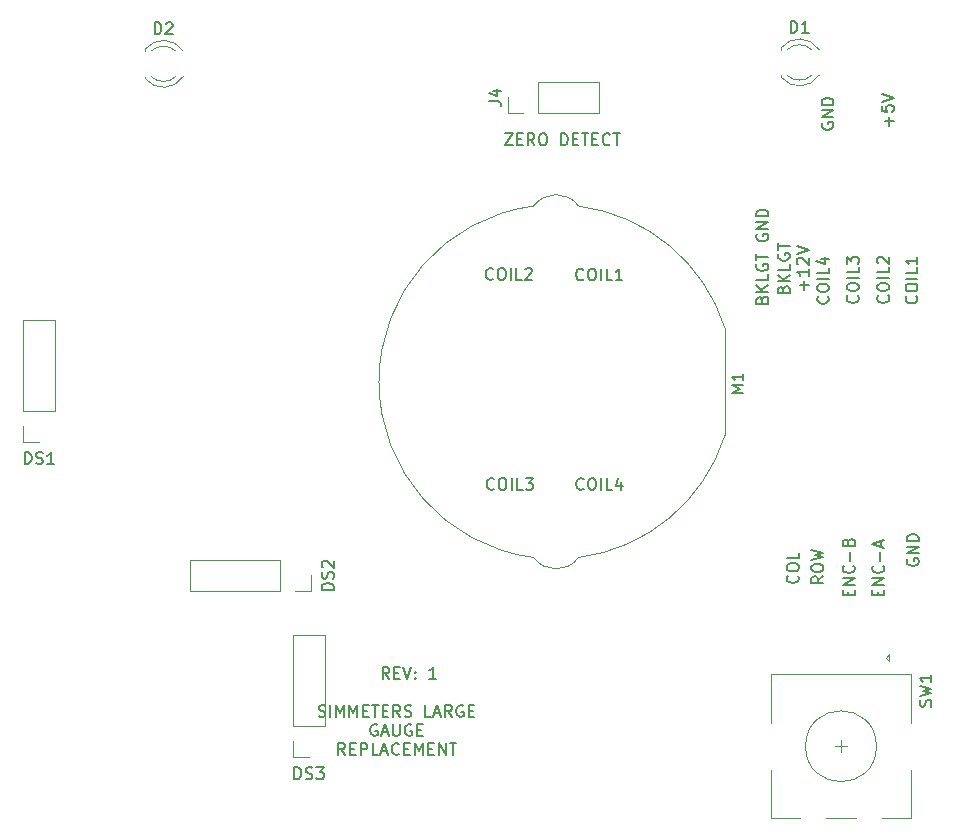
<source format=gbr>
%TF.GenerationSoftware,KiCad,Pcbnew,7.0.9*%
%TF.CreationDate,2023-11-25T09:18:02+10:00*%
%TF.ProjectId,Simmeters Large Guage Replacement,53696d6d-6574-4657-9273-204c61726765,rev?*%
%TF.SameCoordinates,Original*%
%TF.FileFunction,Legend,Top*%
%TF.FilePolarity,Positive*%
%FSLAX46Y46*%
G04 Gerber Fmt 4.6, Leading zero omitted, Abs format (unit mm)*
G04 Created by KiCad (PCBNEW 7.0.9) date 2023-11-25 09:18:02*
%MOMM*%
%LPD*%
G01*
G04 APERTURE LIST*
%ADD10C,0.150000*%
%ADD11C,0.100000*%
%ADD12C,0.120000*%
G04 APERTURE END LIST*
D10*
X182037056Y-79664393D02*
X182703722Y-79664393D01*
X182703722Y-79664393D02*
X182037056Y-80664393D01*
X182037056Y-80664393D02*
X182703722Y-80664393D01*
X183084675Y-80140583D02*
X183418008Y-80140583D01*
X183560865Y-80664393D02*
X183084675Y-80664393D01*
X183084675Y-80664393D02*
X183084675Y-79664393D01*
X183084675Y-79664393D02*
X183560865Y-79664393D01*
X184560865Y-80664393D02*
X184227532Y-80188202D01*
X183989437Y-80664393D02*
X183989437Y-79664393D01*
X183989437Y-79664393D02*
X184370389Y-79664393D01*
X184370389Y-79664393D02*
X184465627Y-79712012D01*
X184465627Y-79712012D02*
X184513246Y-79759631D01*
X184513246Y-79759631D02*
X184560865Y-79854869D01*
X184560865Y-79854869D02*
X184560865Y-79997726D01*
X184560865Y-79997726D02*
X184513246Y-80092964D01*
X184513246Y-80092964D02*
X184465627Y-80140583D01*
X184465627Y-80140583D02*
X184370389Y-80188202D01*
X184370389Y-80188202D02*
X183989437Y-80188202D01*
X185179913Y-79664393D02*
X185370389Y-79664393D01*
X185370389Y-79664393D02*
X185465627Y-79712012D01*
X185465627Y-79712012D02*
X185560865Y-79807250D01*
X185560865Y-79807250D02*
X185608484Y-79997726D01*
X185608484Y-79997726D02*
X185608484Y-80331059D01*
X185608484Y-80331059D02*
X185560865Y-80521535D01*
X185560865Y-80521535D02*
X185465627Y-80616774D01*
X185465627Y-80616774D02*
X185370389Y-80664393D01*
X185370389Y-80664393D02*
X185179913Y-80664393D01*
X185179913Y-80664393D02*
X185084675Y-80616774D01*
X185084675Y-80616774D02*
X184989437Y-80521535D01*
X184989437Y-80521535D02*
X184941818Y-80331059D01*
X184941818Y-80331059D02*
X184941818Y-79997726D01*
X184941818Y-79997726D02*
X184989437Y-79807250D01*
X184989437Y-79807250D02*
X185084675Y-79712012D01*
X185084675Y-79712012D02*
X185179913Y-79664393D01*
X186798961Y-80664393D02*
X186798961Y-79664393D01*
X186798961Y-79664393D02*
X187037056Y-79664393D01*
X187037056Y-79664393D02*
X187179913Y-79712012D01*
X187179913Y-79712012D02*
X187275151Y-79807250D01*
X187275151Y-79807250D02*
X187322770Y-79902488D01*
X187322770Y-79902488D02*
X187370389Y-80092964D01*
X187370389Y-80092964D02*
X187370389Y-80235821D01*
X187370389Y-80235821D02*
X187322770Y-80426297D01*
X187322770Y-80426297D02*
X187275151Y-80521535D01*
X187275151Y-80521535D02*
X187179913Y-80616774D01*
X187179913Y-80616774D02*
X187037056Y-80664393D01*
X187037056Y-80664393D02*
X186798961Y-80664393D01*
X187798961Y-80140583D02*
X188132294Y-80140583D01*
X188275151Y-80664393D02*
X187798961Y-80664393D01*
X187798961Y-80664393D02*
X187798961Y-79664393D01*
X187798961Y-79664393D02*
X188275151Y-79664393D01*
X188560866Y-79664393D02*
X189132294Y-79664393D01*
X188846580Y-80664393D02*
X188846580Y-79664393D01*
X189465628Y-80140583D02*
X189798961Y-80140583D01*
X189941818Y-80664393D02*
X189465628Y-80664393D01*
X189465628Y-80664393D02*
X189465628Y-79664393D01*
X189465628Y-79664393D02*
X189941818Y-79664393D01*
X190941818Y-80569154D02*
X190894199Y-80616774D01*
X190894199Y-80616774D02*
X190751342Y-80664393D01*
X190751342Y-80664393D02*
X190656104Y-80664393D01*
X190656104Y-80664393D02*
X190513247Y-80616774D01*
X190513247Y-80616774D02*
X190418009Y-80521535D01*
X190418009Y-80521535D02*
X190370390Y-80426297D01*
X190370390Y-80426297D02*
X190322771Y-80235821D01*
X190322771Y-80235821D02*
X190322771Y-80092964D01*
X190322771Y-80092964D02*
X190370390Y-79902488D01*
X190370390Y-79902488D02*
X190418009Y-79807250D01*
X190418009Y-79807250D02*
X190513247Y-79712012D01*
X190513247Y-79712012D02*
X190656104Y-79664393D01*
X190656104Y-79664393D02*
X190751342Y-79664393D01*
X190751342Y-79664393D02*
X190894199Y-79712012D01*
X190894199Y-79712012D02*
X190941818Y-79759631D01*
X191227533Y-79664393D02*
X191798961Y-79664393D01*
X191513247Y-80664393D02*
X191513247Y-79664393D01*
X214584381Y-79037794D02*
X214584381Y-78275890D01*
X214965334Y-78656842D02*
X214203429Y-78656842D01*
X213965334Y-77323509D02*
X213965334Y-77799699D01*
X213965334Y-77799699D02*
X214441524Y-77847318D01*
X214441524Y-77847318D02*
X214393905Y-77799699D01*
X214393905Y-77799699D02*
X214346286Y-77704461D01*
X214346286Y-77704461D02*
X214346286Y-77466366D01*
X214346286Y-77466366D02*
X214393905Y-77371128D01*
X214393905Y-77371128D02*
X214441524Y-77323509D01*
X214441524Y-77323509D02*
X214536762Y-77275890D01*
X214536762Y-77275890D02*
X214774857Y-77275890D01*
X214774857Y-77275890D02*
X214870095Y-77323509D01*
X214870095Y-77323509D02*
X214917715Y-77371128D01*
X214917715Y-77371128D02*
X214965334Y-77466366D01*
X214965334Y-77466366D02*
X214965334Y-77704461D01*
X214965334Y-77704461D02*
X214917715Y-77799699D01*
X214917715Y-77799699D02*
X214870095Y-77847318D01*
X213965334Y-76990175D02*
X214965334Y-76656842D01*
X214965334Y-76656842D02*
X213965334Y-76323509D01*
X208912953Y-78763985D02*
X208865334Y-78859223D01*
X208865334Y-78859223D02*
X208865334Y-79002080D01*
X208865334Y-79002080D02*
X208912953Y-79144937D01*
X208912953Y-79144937D02*
X209008191Y-79240175D01*
X209008191Y-79240175D02*
X209103429Y-79287794D01*
X209103429Y-79287794D02*
X209293905Y-79335413D01*
X209293905Y-79335413D02*
X209436762Y-79335413D01*
X209436762Y-79335413D02*
X209627238Y-79287794D01*
X209627238Y-79287794D02*
X209722476Y-79240175D01*
X209722476Y-79240175D02*
X209817715Y-79144937D01*
X209817715Y-79144937D02*
X209865334Y-79002080D01*
X209865334Y-79002080D02*
X209865334Y-78906842D01*
X209865334Y-78906842D02*
X209817715Y-78763985D01*
X209817715Y-78763985D02*
X209770095Y-78716366D01*
X209770095Y-78716366D02*
X209436762Y-78716366D01*
X209436762Y-78716366D02*
X209436762Y-78906842D01*
X209865334Y-78287794D02*
X208865334Y-78287794D01*
X208865334Y-78287794D02*
X209865334Y-77716366D01*
X209865334Y-77716366D02*
X208865334Y-77716366D01*
X209865334Y-77240175D02*
X208865334Y-77240175D01*
X208865334Y-77240175D02*
X208865334Y-77002080D01*
X208865334Y-77002080D02*
X208912953Y-76859223D01*
X208912953Y-76859223D02*
X209008191Y-76763985D01*
X209008191Y-76763985D02*
X209103429Y-76716366D01*
X209103429Y-76716366D02*
X209293905Y-76668747D01*
X209293905Y-76668747D02*
X209436762Y-76668747D01*
X209436762Y-76668747D02*
X209627238Y-76716366D01*
X209627238Y-76716366D02*
X209722476Y-76763985D01*
X209722476Y-76763985D02*
X209817715Y-76859223D01*
X209817715Y-76859223D02*
X209865334Y-77002080D01*
X209865334Y-77002080D02*
X209865334Y-77240175D01*
X216142953Y-115703985D02*
X216095334Y-115799223D01*
X216095334Y-115799223D02*
X216095334Y-115942080D01*
X216095334Y-115942080D02*
X216142953Y-116084937D01*
X216142953Y-116084937D02*
X216238191Y-116180175D01*
X216238191Y-116180175D02*
X216333429Y-116227794D01*
X216333429Y-116227794D02*
X216523905Y-116275413D01*
X216523905Y-116275413D02*
X216666762Y-116275413D01*
X216666762Y-116275413D02*
X216857238Y-116227794D01*
X216857238Y-116227794D02*
X216952476Y-116180175D01*
X216952476Y-116180175D02*
X217047715Y-116084937D01*
X217047715Y-116084937D02*
X217095334Y-115942080D01*
X217095334Y-115942080D02*
X217095334Y-115846842D01*
X217095334Y-115846842D02*
X217047715Y-115703985D01*
X217047715Y-115703985D02*
X217000095Y-115656366D01*
X217000095Y-115656366D02*
X216666762Y-115656366D01*
X216666762Y-115656366D02*
X216666762Y-115846842D01*
X217095334Y-115227794D02*
X216095334Y-115227794D01*
X216095334Y-115227794D02*
X217095334Y-114656366D01*
X217095334Y-114656366D02*
X216095334Y-114656366D01*
X217095334Y-114180175D02*
X216095334Y-114180175D01*
X216095334Y-114180175D02*
X216095334Y-113942080D01*
X216095334Y-113942080D02*
X216142953Y-113799223D01*
X216142953Y-113799223D02*
X216238191Y-113703985D01*
X216238191Y-113703985D02*
X216333429Y-113656366D01*
X216333429Y-113656366D02*
X216523905Y-113608747D01*
X216523905Y-113608747D02*
X216666762Y-113608747D01*
X216666762Y-113608747D02*
X216857238Y-113656366D01*
X216857238Y-113656366D02*
X216952476Y-113703985D01*
X216952476Y-113703985D02*
X217047715Y-113799223D01*
X217047715Y-113799223D02*
X217095334Y-113942080D01*
X217095334Y-113942080D02*
X217095334Y-114180175D01*
X213641524Y-118787794D02*
X213641524Y-118454461D01*
X214165334Y-118311604D02*
X214165334Y-118787794D01*
X214165334Y-118787794D02*
X213165334Y-118787794D01*
X213165334Y-118787794D02*
X213165334Y-118311604D01*
X214165334Y-117883032D02*
X213165334Y-117883032D01*
X213165334Y-117883032D02*
X214165334Y-117311604D01*
X214165334Y-117311604D02*
X213165334Y-117311604D01*
X214070095Y-116263985D02*
X214117715Y-116311604D01*
X214117715Y-116311604D02*
X214165334Y-116454461D01*
X214165334Y-116454461D02*
X214165334Y-116549699D01*
X214165334Y-116549699D02*
X214117715Y-116692556D01*
X214117715Y-116692556D02*
X214022476Y-116787794D01*
X214022476Y-116787794D02*
X213927238Y-116835413D01*
X213927238Y-116835413D02*
X213736762Y-116883032D01*
X213736762Y-116883032D02*
X213593905Y-116883032D01*
X213593905Y-116883032D02*
X213403429Y-116835413D01*
X213403429Y-116835413D02*
X213308191Y-116787794D01*
X213308191Y-116787794D02*
X213212953Y-116692556D01*
X213212953Y-116692556D02*
X213165334Y-116549699D01*
X213165334Y-116549699D02*
X213165334Y-116454461D01*
X213165334Y-116454461D02*
X213212953Y-116311604D01*
X213212953Y-116311604D02*
X213260572Y-116263985D01*
X213784381Y-115835413D02*
X213784381Y-115073509D01*
X213879619Y-114644937D02*
X213879619Y-114168747D01*
X214165334Y-114740175D02*
X213165334Y-114406842D01*
X213165334Y-114406842D02*
X214165334Y-114073509D01*
X211141524Y-118787794D02*
X211141524Y-118454461D01*
X211665334Y-118311604D02*
X211665334Y-118787794D01*
X211665334Y-118787794D02*
X210665334Y-118787794D01*
X210665334Y-118787794D02*
X210665334Y-118311604D01*
X211665334Y-117883032D02*
X210665334Y-117883032D01*
X210665334Y-117883032D02*
X211665334Y-117311604D01*
X211665334Y-117311604D02*
X210665334Y-117311604D01*
X211570095Y-116263985D02*
X211617715Y-116311604D01*
X211617715Y-116311604D02*
X211665334Y-116454461D01*
X211665334Y-116454461D02*
X211665334Y-116549699D01*
X211665334Y-116549699D02*
X211617715Y-116692556D01*
X211617715Y-116692556D02*
X211522476Y-116787794D01*
X211522476Y-116787794D02*
X211427238Y-116835413D01*
X211427238Y-116835413D02*
X211236762Y-116883032D01*
X211236762Y-116883032D02*
X211093905Y-116883032D01*
X211093905Y-116883032D02*
X210903429Y-116835413D01*
X210903429Y-116835413D02*
X210808191Y-116787794D01*
X210808191Y-116787794D02*
X210712953Y-116692556D01*
X210712953Y-116692556D02*
X210665334Y-116549699D01*
X210665334Y-116549699D02*
X210665334Y-116454461D01*
X210665334Y-116454461D02*
X210712953Y-116311604D01*
X210712953Y-116311604D02*
X210760572Y-116263985D01*
X211284381Y-115835413D02*
X211284381Y-115073509D01*
X211141524Y-114263985D02*
X211189143Y-114121128D01*
X211189143Y-114121128D02*
X211236762Y-114073509D01*
X211236762Y-114073509D02*
X211332000Y-114025890D01*
X211332000Y-114025890D02*
X211474857Y-114025890D01*
X211474857Y-114025890D02*
X211570095Y-114073509D01*
X211570095Y-114073509D02*
X211617715Y-114121128D01*
X211617715Y-114121128D02*
X211665334Y-114216366D01*
X211665334Y-114216366D02*
X211665334Y-114597318D01*
X211665334Y-114597318D02*
X210665334Y-114597318D01*
X210665334Y-114597318D02*
X210665334Y-114263985D01*
X210665334Y-114263985D02*
X210712953Y-114168747D01*
X210712953Y-114168747D02*
X210760572Y-114121128D01*
X210760572Y-114121128D02*
X210855810Y-114073509D01*
X210855810Y-114073509D02*
X210951048Y-114073509D01*
X210951048Y-114073509D02*
X211046286Y-114121128D01*
X211046286Y-114121128D02*
X211093905Y-114168747D01*
X211093905Y-114168747D02*
X211141524Y-114263985D01*
X211141524Y-114263985D02*
X211141524Y-114597318D01*
X209015334Y-117166366D02*
X208539143Y-117499699D01*
X209015334Y-117737794D02*
X208015334Y-117737794D01*
X208015334Y-117737794D02*
X208015334Y-117356842D01*
X208015334Y-117356842D02*
X208062953Y-117261604D01*
X208062953Y-117261604D02*
X208110572Y-117213985D01*
X208110572Y-117213985D02*
X208205810Y-117166366D01*
X208205810Y-117166366D02*
X208348667Y-117166366D01*
X208348667Y-117166366D02*
X208443905Y-117213985D01*
X208443905Y-117213985D02*
X208491524Y-117261604D01*
X208491524Y-117261604D02*
X208539143Y-117356842D01*
X208539143Y-117356842D02*
X208539143Y-117737794D01*
X208015334Y-116547318D02*
X208015334Y-116356842D01*
X208015334Y-116356842D02*
X208062953Y-116261604D01*
X208062953Y-116261604D02*
X208158191Y-116166366D01*
X208158191Y-116166366D02*
X208348667Y-116118747D01*
X208348667Y-116118747D02*
X208682000Y-116118747D01*
X208682000Y-116118747D02*
X208872476Y-116166366D01*
X208872476Y-116166366D02*
X208967715Y-116261604D01*
X208967715Y-116261604D02*
X209015334Y-116356842D01*
X209015334Y-116356842D02*
X209015334Y-116547318D01*
X209015334Y-116547318D02*
X208967715Y-116642556D01*
X208967715Y-116642556D02*
X208872476Y-116737794D01*
X208872476Y-116737794D02*
X208682000Y-116785413D01*
X208682000Y-116785413D02*
X208348667Y-116785413D01*
X208348667Y-116785413D02*
X208158191Y-116737794D01*
X208158191Y-116737794D02*
X208062953Y-116642556D01*
X208062953Y-116642556D02*
X208015334Y-116547318D01*
X208015334Y-115785413D02*
X209015334Y-115547318D01*
X209015334Y-115547318D02*
X208301048Y-115356842D01*
X208301048Y-115356842D02*
X209015334Y-115166366D01*
X209015334Y-115166366D02*
X208015334Y-114928271D01*
X206840095Y-117116366D02*
X206887715Y-117163985D01*
X206887715Y-117163985D02*
X206935334Y-117306842D01*
X206935334Y-117306842D02*
X206935334Y-117402080D01*
X206935334Y-117402080D02*
X206887715Y-117544937D01*
X206887715Y-117544937D02*
X206792476Y-117640175D01*
X206792476Y-117640175D02*
X206697238Y-117687794D01*
X206697238Y-117687794D02*
X206506762Y-117735413D01*
X206506762Y-117735413D02*
X206363905Y-117735413D01*
X206363905Y-117735413D02*
X206173429Y-117687794D01*
X206173429Y-117687794D02*
X206078191Y-117640175D01*
X206078191Y-117640175D02*
X205982953Y-117544937D01*
X205982953Y-117544937D02*
X205935334Y-117402080D01*
X205935334Y-117402080D02*
X205935334Y-117306842D01*
X205935334Y-117306842D02*
X205982953Y-117163985D01*
X205982953Y-117163985D02*
X206030572Y-117116366D01*
X205935334Y-116497318D02*
X205935334Y-116306842D01*
X205935334Y-116306842D02*
X205982953Y-116211604D01*
X205982953Y-116211604D02*
X206078191Y-116116366D01*
X206078191Y-116116366D02*
X206268667Y-116068747D01*
X206268667Y-116068747D02*
X206602000Y-116068747D01*
X206602000Y-116068747D02*
X206792476Y-116116366D01*
X206792476Y-116116366D02*
X206887715Y-116211604D01*
X206887715Y-116211604D02*
X206935334Y-116306842D01*
X206935334Y-116306842D02*
X206935334Y-116497318D01*
X206935334Y-116497318D02*
X206887715Y-116592556D01*
X206887715Y-116592556D02*
X206792476Y-116687794D01*
X206792476Y-116687794D02*
X206602000Y-116735413D01*
X206602000Y-116735413D02*
X206268667Y-116735413D01*
X206268667Y-116735413D02*
X206078191Y-116687794D01*
X206078191Y-116687794D02*
X205982953Y-116592556D01*
X205982953Y-116592556D02*
X205935334Y-116497318D01*
X206935334Y-115163985D02*
X206935334Y-115640175D01*
X206935334Y-115640175D02*
X205935334Y-115640175D01*
X172278848Y-125849393D02*
X171945515Y-125373202D01*
X171707420Y-125849393D02*
X171707420Y-124849393D01*
X171707420Y-124849393D02*
X172088372Y-124849393D01*
X172088372Y-124849393D02*
X172183610Y-124897012D01*
X172183610Y-124897012D02*
X172231229Y-124944631D01*
X172231229Y-124944631D02*
X172278848Y-125039869D01*
X172278848Y-125039869D02*
X172278848Y-125182726D01*
X172278848Y-125182726D02*
X172231229Y-125277964D01*
X172231229Y-125277964D02*
X172183610Y-125325583D01*
X172183610Y-125325583D02*
X172088372Y-125373202D01*
X172088372Y-125373202D02*
X171707420Y-125373202D01*
X172707420Y-125325583D02*
X173040753Y-125325583D01*
X173183610Y-125849393D02*
X172707420Y-125849393D01*
X172707420Y-125849393D02*
X172707420Y-124849393D01*
X172707420Y-124849393D02*
X173183610Y-124849393D01*
X173469325Y-124849393D02*
X173802658Y-125849393D01*
X173802658Y-125849393D02*
X174135991Y-124849393D01*
X174469325Y-125754154D02*
X174516944Y-125801774D01*
X174516944Y-125801774D02*
X174469325Y-125849393D01*
X174469325Y-125849393D02*
X174421706Y-125801774D01*
X174421706Y-125801774D02*
X174469325Y-125754154D01*
X174469325Y-125754154D02*
X174469325Y-125849393D01*
X174469325Y-125230345D02*
X174516944Y-125277964D01*
X174516944Y-125277964D02*
X174469325Y-125325583D01*
X174469325Y-125325583D02*
X174421706Y-125277964D01*
X174421706Y-125277964D02*
X174469325Y-125230345D01*
X174469325Y-125230345D02*
X174469325Y-125325583D01*
X176231229Y-125849393D02*
X175659801Y-125849393D01*
X175945515Y-125849393D02*
X175945515Y-124849393D01*
X175945515Y-124849393D02*
X175850277Y-124992250D01*
X175850277Y-124992250D02*
X175755039Y-125087488D01*
X175755039Y-125087488D02*
X175659801Y-125135107D01*
X181062181Y-91964154D02*
X181014562Y-92011774D01*
X181014562Y-92011774D02*
X180871705Y-92059393D01*
X180871705Y-92059393D02*
X180776467Y-92059393D01*
X180776467Y-92059393D02*
X180633610Y-92011774D01*
X180633610Y-92011774D02*
X180538372Y-91916535D01*
X180538372Y-91916535D02*
X180490753Y-91821297D01*
X180490753Y-91821297D02*
X180443134Y-91630821D01*
X180443134Y-91630821D02*
X180443134Y-91487964D01*
X180443134Y-91487964D02*
X180490753Y-91297488D01*
X180490753Y-91297488D02*
X180538372Y-91202250D01*
X180538372Y-91202250D02*
X180633610Y-91107012D01*
X180633610Y-91107012D02*
X180776467Y-91059393D01*
X180776467Y-91059393D02*
X180871705Y-91059393D01*
X180871705Y-91059393D02*
X181014562Y-91107012D01*
X181014562Y-91107012D02*
X181062181Y-91154631D01*
X181681229Y-91059393D02*
X181871705Y-91059393D01*
X181871705Y-91059393D02*
X181966943Y-91107012D01*
X181966943Y-91107012D02*
X182062181Y-91202250D01*
X182062181Y-91202250D02*
X182109800Y-91392726D01*
X182109800Y-91392726D02*
X182109800Y-91726059D01*
X182109800Y-91726059D02*
X182062181Y-91916535D01*
X182062181Y-91916535D02*
X181966943Y-92011774D01*
X181966943Y-92011774D02*
X181871705Y-92059393D01*
X181871705Y-92059393D02*
X181681229Y-92059393D01*
X181681229Y-92059393D02*
X181585991Y-92011774D01*
X181585991Y-92011774D02*
X181490753Y-91916535D01*
X181490753Y-91916535D02*
X181443134Y-91726059D01*
X181443134Y-91726059D02*
X181443134Y-91392726D01*
X181443134Y-91392726D02*
X181490753Y-91202250D01*
X181490753Y-91202250D02*
X181585991Y-91107012D01*
X181585991Y-91107012D02*
X181681229Y-91059393D01*
X182538372Y-92059393D02*
X182538372Y-91059393D01*
X183490752Y-92059393D02*
X183014562Y-92059393D01*
X183014562Y-92059393D02*
X183014562Y-91059393D01*
X183776467Y-91154631D02*
X183824086Y-91107012D01*
X183824086Y-91107012D02*
X183919324Y-91059393D01*
X183919324Y-91059393D02*
X184157419Y-91059393D01*
X184157419Y-91059393D02*
X184252657Y-91107012D01*
X184252657Y-91107012D02*
X184300276Y-91154631D01*
X184300276Y-91154631D02*
X184347895Y-91249869D01*
X184347895Y-91249869D02*
X184347895Y-91345107D01*
X184347895Y-91345107D02*
X184300276Y-91487964D01*
X184300276Y-91487964D02*
X183728848Y-92059393D01*
X183728848Y-92059393D02*
X184347895Y-92059393D01*
X209385095Y-93457907D02*
X209432715Y-93505526D01*
X209432715Y-93505526D02*
X209480334Y-93648383D01*
X209480334Y-93648383D02*
X209480334Y-93743621D01*
X209480334Y-93743621D02*
X209432715Y-93886478D01*
X209432715Y-93886478D02*
X209337476Y-93981716D01*
X209337476Y-93981716D02*
X209242238Y-94029335D01*
X209242238Y-94029335D02*
X209051762Y-94076954D01*
X209051762Y-94076954D02*
X208908905Y-94076954D01*
X208908905Y-94076954D02*
X208718429Y-94029335D01*
X208718429Y-94029335D02*
X208623191Y-93981716D01*
X208623191Y-93981716D02*
X208527953Y-93886478D01*
X208527953Y-93886478D02*
X208480334Y-93743621D01*
X208480334Y-93743621D02*
X208480334Y-93648383D01*
X208480334Y-93648383D02*
X208527953Y-93505526D01*
X208527953Y-93505526D02*
X208575572Y-93457907D01*
X208480334Y-92838859D02*
X208480334Y-92648383D01*
X208480334Y-92648383D02*
X208527953Y-92553145D01*
X208527953Y-92553145D02*
X208623191Y-92457907D01*
X208623191Y-92457907D02*
X208813667Y-92410288D01*
X208813667Y-92410288D02*
X209147000Y-92410288D01*
X209147000Y-92410288D02*
X209337476Y-92457907D01*
X209337476Y-92457907D02*
X209432715Y-92553145D01*
X209432715Y-92553145D02*
X209480334Y-92648383D01*
X209480334Y-92648383D02*
X209480334Y-92838859D01*
X209480334Y-92838859D02*
X209432715Y-92934097D01*
X209432715Y-92934097D02*
X209337476Y-93029335D01*
X209337476Y-93029335D02*
X209147000Y-93076954D01*
X209147000Y-93076954D02*
X208813667Y-93076954D01*
X208813667Y-93076954D02*
X208623191Y-93029335D01*
X208623191Y-93029335D02*
X208527953Y-92934097D01*
X208527953Y-92934097D02*
X208480334Y-92838859D01*
X209480334Y-91981716D02*
X208480334Y-91981716D01*
X209480334Y-91029336D02*
X209480334Y-91505526D01*
X209480334Y-91505526D02*
X208480334Y-91505526D01*
X208813667Y-90267431D02*
X209480334Y-90267431D01*
X208432715Y-90505526D02*
X209147000Y-90743621D01*
X209147000Y-90743621D02*
X209147000Y-90124574D01*
X211915095Y-93387907D02*
X211962715Y-93435526D01*
X211962715Y-93435526D02*
X212010334Y-93578383D01*
X212010334Y-93578383D02*
X212010334Y-93673621D01*
X212010334Y-93673621D02*
X211962715Y-93816478D01*
X211962715Y-93816478D02*
X211867476Y-93911716D01*
X211867476Y-93911716D02*
X211772238Y-93959335D01*
X211772238Y-93959335D02*
X211581762Y-94006954D01*
X211581762Y-94006954D02*
X211438905Y-94006954D01*
X211438905Y-94006954D02*
X211248429Y-93959335D01*
X211248429Y-93959335D02*
X211153191Y-93911716D01*
X211153191Y-93911716D02*
X211057953Y-93816478D01*
X211057953Y-93816478D02*
X211010334Y-93673621D01*
X211010334Y-93673621D02*
X211010334Y-93578383D01*
X211010334Y-93578383D02*
X211057953Y-93435526D01*
X211057953Y-93435526D02*
X211105572Y-93387907D01*
X211010334Y-92768859D02*
X211010334Y-92578383D01*
X211010334Y-92578383D02*
X211057953Y-92483145D01*
X211057953Y-92483145D02*
X211153191Y-92387907D01*
X211153191Y-92387907D02*
X211343667Y-92340288D01*
X211343667Y-92340288D02*
X211677000Y-92340288D01*
X211677000Y-92340288D02*
X211867476Y-92387907D01*
X211867476Y-92387907D02*
X211962715Y-92483145D01*
X211962715Y-92483145D02*
X212010334Y-92578383D01*
X212010334Y-92578383D02*
X212010334Y-92768859D01*
X212010334Y-92768859D02*
X211962715Y-92864097D01*
X211962715Y-92864097D02*
X211867476Y-92959335D01*
X211867476Y-92959335D02*
X211677000Y-93006954D01*
X211677000Y-93006954D02*
X211343667Y-93006954D01*
X211343667Y-93006954D02*
X211153191Y-92959335D01*
X211153191Y-92959335D02*
X211057953Y-92864097D01*
X211057953Y-92864097D02*
X211010334Y-92768859D01*
X212010334Y-91911716D02*
X211010334Y-91911716D01*
X212010334Y-90959336D02*
X212010334Y-91435526D01*
X212010334Y-91435526D02*
X211010334Y-91435526D01*
X211010334Y-90721240D02*
X211010334Y-90102193D01*
X211010334Y-90102193D02*
X211391286Y-90435526D01*
X211391286Y-90435526D02*
X211391286Y-90292669D01*
X211391286Y-90292669D02*
X211438905Y-90197431D01*
X211438905Y-90197431D02*
X211486524Y-90149812D01*
X211486524Y-90149812D02*
X211581762Y-90102193D01*
X211581762Y-90102193D02*
X211819857Y-90102193D01*
X211819857Y-90102193D02*
X211915095Y-90149812D01*
X211915095Y-90149812D02*
X211962715Y-90197431D01*
X211962715Y-90197431D02*
X212010334Y-90292669D01*
X212010334Y-90292669D02*
X212010334Y-90578383D01*
X212010334Y-90578383D02*
X211962715Y-90673621D01*
X211962715Y-90673621D02*
X211915095Y-90721240D01*
X188712181Y-92014154D02*
X188664562Y-92061774D01*
X188664562Y-92061774D02*
X188521705Y-92109393D01*
X188521705Y-92109393D02*
X188426467Y-92109393D01*
X188426467Y-92109393D02*
X188283610Y-92061774D01*
X188283610Y-92061774D02*
X188188372Y-91966535D01*
X188188372Y-91966535D02*
X188140753Y-91871297D01*
X188140753Y-91871297D02*
X188093134Y-91680821D01*
X188093134Y-91680821D02*
X188093134Y-91537964D01*
X188093134Y-91537964D02*
X188140753Y-91347488D01*
X188140753Y-91347488D02*
X188188372Y-91252250D01*
X188188372Y-91252250D02*
X188283610Y-91157012D01*
X188283610Y-91157012D02*
X188426467Y-91109393D01*
X188426467Y-91109393D02*
X188521705Y-91109393D01*
X188521705Y-91109393D02*
X188664562Y-91157012D01*
X188664562Y-91157012D02*
X188712181Y-91204631D01*
X189331229Y-91109393D02*
X189521705Y-91109393D01*
X189521705Y-91109393D02*
X189616943Y-91157012D01*
X189616943Y-91157012D02*
X189712181Y-91252250D01*
X189712181Y-91252250D02*
X189759800Y-91442726D01*
X189759800Y-91442726D02*
X189759800Y-91776059D01*
X189759800Y-91776059D02*
X189712181Y-91966535D01*
X189712181Y-91966535D02*
X189616943Y-92061774D01*
X189616943Y-92061774D02*
X189521705Y-92109393D01*
X189521705Y-92109393D02*
X189331229Y-92109393D01*
X189331229Y-92109393D02*
X189235991Y-92061774D01*
X189235991Y-92061774D02*
X189140753Y-91966535D01*
X189140753Y-91966535D02*
X189093134Y-91776059D01*
X189093134Y-91776059D02*
X189093134Y-91442726D01*
X189093134Y-91442726D02*
X189140753Y-91252250D01*
X189140753Y-91252250D02*
X189235991Y-91157012D01*
X189235991Y-91157012D02*
X189331229Y-91109393D01*
X190188372Y-92109393D02*
X190188372Y-91109393D01*
X191140752Y-92109393D02*
X190664562Y-92109393D01*
X190664562Y-92109393D02*
X190664562Y-91109393D01*
X191997895Y-92109393D02*
X191426467Y-92109393D01*
X191712181Y-92109393D02*
X191712181Y-91109393D01*
X191712181Y-91109393D02*
X191616943Y-91252250D01*
X191616943Y-91252250D02*
X191521705Y-91347488D01*
X191521705Y-91347488D02*
X191426467Y-91395107D01*
X205641524Y-92858859D02*
X205689143Y-92716002D01*
X205689143Y-92716002D02*
X205736762Y-92668383D01*
X205736762Y-92668383D02*
X205832000Y-92620764D01*
X205832000Y-92620764D02*
X205974857Y-92620764D01*
X205974857Y-92620764D02*
X206070095Y-92668383D01*
X206070095Y-92668383D02*
X206117715Y-92716002D01*
X206117715Y-92716002D02*
X206165334Y-92811240D01*
X206165334Y-92811240D02*
X206165334Y-93192192D01*
X206165334Y-93192192D02*
X205165334Y-93192192D01*
X205165334Y-93192192D02*
X205165334Y-92858859D01*
X205165334Y-92858859D02*
X205212953Y-92763621D01*
X205212953Y-92763621D02*
X205260572Y-92716002D01*
X205260572Y-92716002D02*
X205355810Y-92668383D01*
X205355810Y-92668383D02*
X205451048Y-92668383D01*
X205451048Y-92668383D02*
X205546286Y-92716002D01*
X205546286Y-92716002D02*
X205593905Y-92763621D01*
X205593905Y-92763621D02*
X205641524Y-92858859D01*
X205641524Y-92858859D02*
X205641524Y-93192192D01*
X206165334Y-92192192D02*
X205165334Y-92192192D01*
X206165334Y-91620764D02*
X205593905Y-92049335D01*
X205165334Y-91620764D02*
X205736762Y-92192192D01*
X206165334Y-90716002D02*
X206165334Y-91192192D01*
X206165334Y-91192192D02*
X205165334Y-91192192D01*
X205212953Y-89858859D02*
X205165334Y-89954097D01*
X205165334Y-89954097D02*
X205165334Y-90096954D01*
X205165334Y-90096954D02*
X205212953Y-90239811D01*
X205212953Y-90239811D02*
X205308191Y-90335049D01*
X205308191Y-90335049D02*
X205403429Y-90382668D01*
X205403429Y-90382668D02*
X205593905Y-90430287D01*
X205593905Y-90430287D02*
X205736762Y-90430287D01*
X205736762Y-90430287D02*
X205927238Y-90382668D01*
X205927238Y-90382668D02*
X206022476Y-90335049D01*
X206022476Y-90335049D02*
X206117715Y-90239811D01*
X206117715Y-90239811D02*
X206165334Y-90096954D01*
X206165334Y-90096954D02*
X206165334Y-90001716D01*
X206165334Y-90001716D02*
X206117715Y-89858859D01*
X206117715Y-89858859D02*
X206070095Y-89811240D01*
X206070095Y-89811240D02*
X205736762Y-89811240D01*
X205736762Y-89811240D02*
X205736762Y-90001716D01*
X205165334Y-89525525D02*
X205165334Y-88954097D01*
X206165334Y-89239811D02*
X205165334Y-89239811D01*
X207394381Y-92906478D02*
X207394381Y-92144574D01*
X207775334Y-92525526D02*
X207013429Y-92525526D01*
X207775334Y-91144574D02*
X207775334Y-91716002D01*
X207775334Y-91430288D02*
X206775334Y-91430288D01*
X206775334Y-91430288D02*
X206918191Y-91525526D01*
X206918191Y-91525526D02*
X207013429Y-91620764D01*
X207013429Y-91620764D02*
X207061048Y-91716002D01*
X206870572Y-90763621D02*
X206822953Y-90716002D01*
X206822953Y-90716002D02*
X206775334Y-90620764D01*
X206775334Y-90620764D02*
X206775334Y-90382669D01*
X206775334Y-90382669D02*
X206822953Y-90287431D01*
X206822953Y-90287431D02*
X206870572Y-90239812D01*
X206870572Y-90239812D02*
X206965810Y-90192193D01*
X206965810Y-90192193D02*
X207061048Y-90192193D01*
X207061048Y-90192193D02*
X207203905Y-90239812D01*
X207203905Y-90239812D02*
X207775334Y-90811240D01*
X207775334Y-90811240D02*
X207775334Y-90192193D01*
X206775334Y-89906478D02*
X207775334Y-89573145D01*
X207775334Y-89573145D02*
X206775334Y-89239812D01*
X188722181Y-109754154D02*
X188674562Y-109801774D01*
X188674562Y-109801774D02*
X188531705Y-109849393D01*
X188531705Y-109849393D02*
X188436467Y-109849393D01*
X188436467Y-109849393D02*
X188293610Y-109801774D01*
X188293610Y-109801774D02*
X188198372Y-109706535D01*
X188198372Y-109706535D02*
X188150753Y-109611297D01*
X188150753Y-109611297D02*
X188103134Y-109420821D01*
X188103134Y-109420821D02*
X188103134Y-109277964D01*
X188103134Y-109277964D02*
X188150753Y-109087488D01*
X188150753Y-109087488D02*
X188198372Y-108992250D01*
X188198372Y-108992250D02*
X188293610Y-108897012D01*
X188293610Y-108897012D02*
X188436467Y-108849393D01*
X188436467Y-108849393D02*
X188531705Y-108849393D01*
X188531705Y-108849393D02*
X188674562Y-108897012D01*
X188674562Y-108897012D02*
X188722181Y-108944631D01*
X189341229Y-108849393D02*
X189531705Y-108849393D01*
X189531705Y-108849393D02*
X189626943Y-108897012D01*
X189626943Y-108897012D02*
X189722181Y-108992250D01*
X189722181Y-108992250D02*
X189769800Y-109182726D01*
X189769800Y-109182726D02*
X189769800Y-109516059D01*
X189769800Y-109516059D02*
X189722181Y-109706535D01*
X189722181Y-109706535D02*
X189626943Y-109801774D01*
X189626943Y-109801774D02*
X189531705Y-109849393D01*
X189531705Y-109849393D02*
X189341229Y-109849393D01*
X189341229Y-109849393D02*
X189245991Y-109801774D01*
X189245991Y-109801774D02*
X189150753Y-109706535D01*
X189150753Y-109706535D02*
X189103134Y-109516059D01*
X189103134Y-109516059D02*
X189103134Y-109182726D01*
X189103134Y-109182726D02*
X189150753Y-108992250D01*
X189150753Y-108992250D02*
X189245991Y-108897012D01*
X189245991Y-108897012D02*
X189341229Y-108849393D01*
X190198372Y-109849393D02*
X190198372Y-108849393D01*
X191150752Y-109849393D02*
X190674562Y-109849393D01*
X190674562Y-109849393D02*
X190674562Y-108849393D01*
X191912657Y-109182726D02*
X191912657Y-109849393D01*
X191674562Y-108801774D02*
X191436467Y-109516059D01*
X191436467Y-109516059D02*
X192055514Y-109516059D01*
X214495095Y-93387907D02*
X214542715Y-93435526D01*
X214542715Y-93435526D02*
X214590334Y-93578383D01*
X214590334Y-93578383D02*
X214590334Y-93673621D01*
X214590334Y-93673621D02*
X214542715Y-93816478D01*
X214542715Y-93816478D02*
X214447476Y-93911716D01*
X214447476Y-93911716D02*
X214352238Y-93959335D01*
X214352238Y-93959335D02*
X214161762Y-94006954D01*
X214161762Y-94006954D02*
X214018905Y-94006954D01*
X214018905Y-94006954D02*
X213828429Y-93959335D01*
X213828429Y-93959335D02*
X213733191Y-93911716D01*
X213733191Y-93911716D02*
X213637953Y-93816478D01*
X213637953Y-93816478D02*
X213590334Y-93673621D01*
X213590334Y-93673621D02*
X213590334Y-93578383D01*
X213590334Y-93578383D02*
X213637953Y-93435526D01*
X213637953Y-93435526D02*
X213685572Y-93387907D01*
X213590334Y-92768859D02*
X213590334Y-92578383D01*
X213590334Y-92578383D02*
X213637953Y-92483145D01*
X213637953Y-92483145D02*
X213733191Y-92387907D01*
X213733191Y-92387907D02*
X213923667Y-92340288D01*
X213923667Y-92340288D02*
X214257000Y-92340288D01*
X214257000Y-92340288D02*
X214447476Y-92387907D01*
X214447476Y-92387907D02*
X214542715Y-92483145D01*
X214542715Y-92483145D02*
X214590334Y-92578383D01*
X214590334Y-92578383D02*
X214590334Y-92768859D01*
X214590334Y-92768859D02*
X214542715Y-92864097D01*
X214542715Y-92864097D02*
X214447476Y-92959335D01*
X214447476Y-92959335D02*
X214257000Y-93006954D01*
X214257000Y-93006954D02*
X213923667Y-93006954D01*
X213923667Y-93006954D02*
X213733191Y-92959335D01*
X213733191Y-92959335D02*
X213637953Y-92864097D01*
X213637953Y-92864097D02*
X213590334Y-92768859D01*
X214590334Y-91911716D02*
X213590334Y-91911716D01*
X214590334Y-90959336D02*
X214590334Y-91435526D01*
X214590334Y-91435526D02*
X213590334Y-91435526D01*
X213685572Y-90673621D02*
X213637953Y-90626002D01*
X213637953Y-90626002D02*
X213590334Y-90530764D01*
X213590334Y-90530764D02*
X213590334Y-90292669D01*
X213590334Y-90292669D02*
X213637953Y-90197431D01*
X213637953Y-90197431D02*
X213685572Y-90149812D01*
X213685572Y-90149812D02*
X213780810Y-90102193D01*
X213780810Y-90102193D02*
X213876048Y-90102193D01*
X213876048Y-90102193D02*
X214018905Y-90149812D01*
X214018905Y-90149812D02*
X214590334Y-90721240D01*
X214590334Y-90721240D02*
X214590334Y-90102193D01*
X203826524Y-93744461D02*
X203874143Y-93601604D01*
X203874143Y-93601604D02*
X203921762Y-93553985D01*
X203921762Y-93553985D02*
X204017000Y-93506366D01*
X204017000Y-93506366D02*
X204159857Y-93506366D01*
X204159857Y-93506366D02*
X204255095Y-93553985D01*
X204255095Y-93553985D02*
X204302715Y-93601604D01*
X204302715Y-93601604D02*
X204350334Y-93696842D01*
X204350334Y-93696842D02*
X204350334Y-94077794D01*
X204350334Y-94077794D02*
X203350334Y-94077794D01*
X203350334Y-94077794D02*
X203350334Y-93744461D01*
X203350334Y-93744461D02*
X203397953Y-93649223D01*
X203397953Y-93649223D02*
X203445572Y-93601604D01*
X203445572Y-93601604D02*
X203540810Y-93553985D01*
X203540810Y-93553985D02*
X203636048Y-93553985D01*
X203636048Y-93553985D02*
X203731286Y-93601604D01*
X203731286Y-93601604D02*
X203778905Y-93649223D01*
X203778905Y-93649223D02*
X203826524Y-93744461D01*
X203826524Y-93744461D02*
X203826524Y-94077794D01*
X204350334Y-93077794D02*
X203350334Y-93077794D01*
X204350334Y-92506366D02*
X203778905Y-92934937D01*
X203350334Y-92506366D02*
X203921762Y-93077794D01*
X204350334Y-91601604D02*
X204350334Y-92077794D01*
X204350334Y-92077794D02*
X203350334Y-92077794D01*
X203397953Y-90744461D02*
X203350334Y-90839699D01*
X203350334Y-90839699D02*
X203350334Y-90982556D01*
X203350334Y-90982556D02*
X203397953Y-91125413D01*
X203397953Y-91125413D02*
X203493191Y-91220651D01*
X203493191Y-91220651D02*
X203588429Y-91268270D01*
X203588429Y-91268270D02*
X203778905Y-91315889D01*
X203778905Y-91315889D02*
X203921762Y-91315889D01*
X203921762Y-91315889D02*
X204112238Y-91268270D01*
X204112238Y-91268270D02*
X204207476Y-91220651D01*
X204207476Y-91220651D02*
X204302715Y-91125413D01*
X204302715Y-91125413D02*
X204350334Y-90982556D01*
X204350334Y-90982556D02*
X204350334Y-90887318D01*
X204350334Y-90887318D02*
X204302715Y-90744461D01*
X204302715Y-90744461D02*
X204255095Y-90696842D01*
X204255095Y-90696842D02*
X203921762Y-90696842D01*
X203921762Y-90696842D02*
X203921762Y-90887318D01*
X203350334Y-90411127D02*
X203350334Y-89839699D01*
X204350334Y-90125413D02*
X203350334Y-90125413D01*
X203397953Y-88220651D02*
X203350334Y-88315889D01*
X203350334Y-88315889D02*
X203350334Y-88458746D01*
X203350334Y-88458746D02*
X203397953Y-88601603D01*
X203397953Y-88601603D02*
X203493191Y-88696841D01*
X203493191Y-88696841D02*
X203588429Y-88744460D01*
X203588429Y-88744460D02*
X203778905Y-88792079D01*
X203778905Y-88792079D02*
X203921762Y-88792079D01*
X203921762Y-88792079D02*
X204112238Y-88744460D01*
X204112238Y-88744460D02*
X204207476Y-88696841D01*
X204207476Y-88696841D02*
X204302715Y-88601603D01*
X204302715Y-88601603D02*
X204350334Y-88458746D01*
X204350334Y-88458746D02*
X204350334Y-88363508D01*
X204350334Y-88363508D02*
X204302715Y-88220651D01*
X204302715Y-88220651D02*
X204255095Y-88173032D01*
X204255095Y-88173032D02*
X203921762Y-88173032D01*
X203921762Y-88173032D02*
X203921762Y-88363508D01*
X204350334Y-87744460D02*
X203350334Y-87744460D01*
X203350334Y-87744460D02*
X204350334Y-87173032D01*
X204350334Y-87173032D02*
X203350334Y-87173032D01*
X204350334Y-86696841D02*
X203350334Y-86696841D01*
X203350334Y-86696841D02*
X203350334Y-86458746D01*
X203350334Y-86458746D02*
X203397953Y-86315889D01*
X203397953Y-86315889D02*
X203493191Y-86220651D01*
X203493191Y-86220651D02*
X203588429Y-86173032D01*
X203588429Y-86173032D02*
X203778905Y-86125413D01*
X203778905Y-86125413D02*
X203921762Y-86125413D01*
X203921762Y-86125413D02*
X204112238Y-86173032D01*
X204112238Y-86173032D02*
X204207476Y-86220651D01*
X204207476Y-86220651D02*
X204302715Y-86315889D01*
X204302715Y-86315889D02*
X204350334Y-86458746D01*
X204350334Y-86458746D02*
X204350334Y-86696841D01*
X216885095Y-93427907D02*
X216932715Y-93475526D01*
X216932715Y-93475526D02*
X216980334Y-93618383D01*
X216980334Y-93618383D02*
X216980334Y-93713621D01*
X216980334Y-93713621D02*
X216932715Y-93856478D01*
X216932715Y-93856478D02*
X216837476Y-93951716D01*
X216837476Y-93951716D02*
X216742238Y-93999335D01*
X216742238Y-93999335D02*
X216551762Y-94046954D01*
X216551762Y-94046954D02*
X216408905Y-94046954D01*
X216408905Y-94046954D02*
X216218429Y-93999335D01*
X216218429Y-93999335D02*
X216123191Y-93951716D01*
X216123191Y-93951716D02*
X216027953Y-93856478D01*
X216027953Y-93856478D02*
X215980334Y-93713621D01*
X215980334Y-93713621D02*
X215980334Y-93618383D01*
X215980334Y-93618383D02*
X216027953Y-93475526D01*
X216027953Y-93475526D02*
X216075572Y-93427907D01*
X215980334Y-92808859D02*
X215980334Y-92618383D01*
X215980334Y-92618383D02*
X216027953Y-92523145D01*
X216027953Y-92523145D02*
X216123191Y-92427907D01*
X216123191Y-92427907D02*
X216313667Y-92380288D01*
X216313667Y-92380288D02*
X216647000Y-92380288D01*
X216647000Y-92380288D02*
X216837476Y-92427907D01*
X216837476Y-92427907D02*
X216932715Y-92523145D01*
X216932715Y-92523145D02*
X216980334Y-92618383D01*
X216980334Y-92618383D02*
X216980334Y-92808859D01*
X216980334Y-92808859D02*
X216932715Y-92904097D01*
X216932715Y-92904097D02*
X216837476Y-92999335D01*
X216837476Y-92999335D02*
X216647000Y-93046954D01*
X216647000Y-93046954D02*
X216313667Y-93046954D01*
X216313667Y-93046954D02*
X216123191Y-92999335D01*
X216123191Y-92999335D02*
X216027953Y-92904097D01*
X216027953Y-92904097D02*
X215980334Y-92808859D01*
X216980334Y-91951716D02*
X215980334Y-91951716D01*
X216980334Y-90999336D02*
X216980334Y-91475526D01*
X216980334Y-91475526D02*
X215980334Y-91475526D01*
X216980334Y-90142193D02*
X216980334Y-90713621D01*
X216980334Y-90427907D02*
X215980334Y-90427907D01*
X215980334Y-90427907D02*
X216123191Y-90523145D01*
X216123191Y-90523145D02*
X216218429Y-90618383D01*
X216218429Y-90618383D02*
X216266048Y-90713621D01*
X181142181Y-109754154D02*
X181094562Y-109801774D01*
X181094562Y-109801774D02*
X180951705Y-109849393D01*
X180951705Y-109849393D02*
X180856467Y-109849393D01*
X180856467Y-109849393D02*
X180713610Y-109801774D01*
X180713610Y-109801774D02*
X180618372Y-109706535D01*
X180618372Y-109706535D02*
X180570753Y-109611297D01*
X180570753Y-109611297D02*
X180523134Y-109420821D01*
X180523134Y-109420821D02*
X180523134Y-109277964D01*
X180523134Y-109277964D02*
X180570753Y-109087488D01*
X180570753Y-109087488D02*
X180618372Y-108992250D01*
X180618372Y-108992250D02*
X180713610Y-108897012D01*
X180713610Y-108897012D02*
X180856467Y-108849393D01*
X180856467Y-108849393D02*
X180951705Y-108849393D01*
X180951705Y-108849393D02*
X181094562Y-108897012D01*
X181094562Y-108897012D02*
X181142181Y-108944631D01*
X181761229Y-108849393D02*
X181951705Y-108849393D01*
X181951705Y-108849393D02*
X182046943Y-108897012D01*
X182046943Y-108897012D02*
X182142181Y-108992250D01*
X182142181Y-108992250D02*
X182189800Y-109182726D01*
X182189800Y-109182726D02*
X182189800Y-109516059D01*
X182189800Y-109516059D02*
X182142181Y-109706535D01*
X182142181Y-109706535D02*
X182046943Y-109801774D01*
X182046943Y-109801774D02*
X181951705Y-109849393D01*
X181951705Y-109849393D02*
X181761229Y-109849393D01*
X181761229Y-109849393D02*
X181665991Y-109801774D01*
X181665991Y-109801774D02*
X181570753Y-109706535D01*
X181570753Y-109706535D02*
X181523134Y-109516059D01*
X181523134Y-109516059D02*
X181523134Y-109182726D01*
X181523134Y-109182726D02*
X181570753Y-108992250D01*
X181570753Y-108992250D02*
X181665991Y-108897012D01*
X181665991Y-108897012D02*
X181761229Y-108849393D01*
X182618372Y-109849393D02*
X182618372Y-108849393D01*
X183570752Y-109849393D02*
X183094562Y-109849393D01*
X183094562Y-109849393D02*
X183094562Y-108849393D01*
X183808848Y-108849393D02*
X184427895Y-108849393D01*
X184427895Y-108849393D02*
X184094562Y-109230345D01*
X184094562Y-109230345D02*
X184237419Y-109230345D01*
X184237419Y-109230345D02*
X184332657Y-109277964D01*
X184332657Y-109277964D02*
X184380276Y-109325583D01*
X184380276Y-109325583D02*
X184427895Y-109420821D01*
X184427895Y-109420821D02*
X184427895Y-109658916D01*
X184427895Y-109658916D02*
X184380276Y-109754154D01*
X184380276Y-109754154D02*
X184332657Y-109801774D01*
X184332657Y-109801774D02*
X184237419Y-109849393D01*
X184237419Y-109849393D02*
X183951705Y-109849393D01*
X183951705Y-109849393D02*
X183856467Y-109801774D01*
X183856467Y-109801774D02*
X183808848Y-109754154D01*
X166280277Y-129011774D02*
X166423134Y-129059393D01*
X166423134Y-129059393D02*
X166661229Y-129059393D01*
X166661229Y-129059393D02*
X166756467Y-129011774D01*
X166756467Y-129011774D02*
X166804086Y-128964154D01*
X166804086Y-128964154D02*
X166851705Y-128868916D01*
X166851705Y-128868916D02*
X166851705Y-128773678D01*
X166851705Y-128773678D02*
X166804086Y-128678440D01*
X166804086Y-128678440D02*
X166756467Y-128630821D01*
X166756467Y-128630821D02*
X166661229Y-128583202D01*
X166661229Y-128583202D02*
X166470753Y-128535583D01*
X166470753Y-128535583D02*
X166375515Y-128487964D01*
X166375515Y-128487964D02*
X166327896Y-128440345D01*
X166327896Y-128440345D02*
X166280277Y-128345107D01*
X166280277Y-128345107D02*
X166280277Y-128249869D01*
X166280277Y-128249869D02*
X166327896Y-128154631D01*
X166327896Y-128154631D02*
X166375515Y-128107012D01*
X166375515Y-128107012D02*
X166470753Y-128059393D01*
X166470753Y-128059393D02*
X166708848Y-128059393D01*
X166708848Y-128059393D02*
X166851705Y-128107012D01*
X167280277Y-129059393D02*
X167280277Y-128059393D01*
X167756467Y-129059393D02*
X167756467Y-128059393D01*
X167756467Y-128059393D02*
X168089800Y-128773678D01*
X168089800Y-128773678D02*
X168423133Y-128059393D01*
X168423133Y-128059393D02*
X168423133Y-129059393D01*
X168899324Y-129059393D02*
X168899324Y-128059393D01*
X168899324Y-128059393D02*
X169232657Y-128773678D01*
X169232657Y-128773678D02*
X169565990Y-128059393D01*
X169565990Y-128059393D02*
X169565990Y-129059393D01*
X170042181Y-128535583D02*
X170375514Y-128535583D01*
X170518371Y-129059393D02*
X170042181Y-129059393D01*
X170042181Y-129059393D02*
X170042181Y-128059393D01*
X170042181Y-128059393D02*
X170518371Y-128059393D01*
X170804086Y-128059393D02*
X171375514Y-128059393D01*
X171089800Y-129059393D02*
X171089800Y-128059393D01*
X171708848Y-128535583D02*
X172042181Y-128535583D01*
X172185038Y-129059393D02*
X171708848Y-129059393D01*
X171708848Y-129059393D02*
X171708848Y-128059393D01*
X171708848Y-128059393D02*
X172185038Y-128059393D01*
X173185038Y-129059393D02*
X172851705Y-128583202D01*
X172613610Y-129059393D02*
X172613610Y-128059393D01*
X172613610Y-128059393D02*
X172994562Y-128059393D01*
X172994562Y-128059393D02*
X173089800Y-128107012D01*
X173089800Y-128107012D02*
X173137419Y-128154631D01*
X173137419Y-128154631D02*
X173185038Y-128249869D01*
X173185038Y-128249869D02*
X173185038Y-128392726D01*
X173185038Y-128392726D02*
X173137419Y-128487964D01*
X173137419Y-128487964D02*
X173089800Y-128535583D01*
X173089800Y-128535583D02*
X172994562Y-128583202D01*
X172994562Y-128583202D02*
X172613610Y-128583202D01*
X173565991Y-129011774D02*
X173708848Y-129059393D01*
X173708848Y-129059393D02*
X173946943Y-129059393D01*
X173946943Y-129059393D02*
X174042181Y-129011774D01*
X174042181Y-129011774D02*
X174089800Y-128964154D01*
X174089800Y-128964154D02*
X174137419Y-128868916D01*
X174137419Y-128868916D02*
X174137419Y-128773678D01*
X174137419Y-128773678D02*
X174089800Y-128678440D01*
X174089800Y-128678440D02*
X174042181Y-128630821D01*
X174042181Y-128630821D02*
X173946943Y-128583202D01*
X173946943Y-128583202D02*
X173756467Y-128535583D01*
X173756467Y-128535583D02*
X173661229Y-128487964D01*
X173661229Y-128487964D02*
X173613610Y-128440345D01*
X173613610Y-128440345D02*
X173565991Y-128345107D01*
X173565991Y-128345107D02*
X173565991Y-128249869D01*
X173565991Y-128249869D02*
X173613610Y-128154631D01*
X173613610Y-128154631D02*
X173661229Y-128107012D01*
X173661229Y-128107012D02*
X173756467Y-128059393D01*
X173756467Y-128059393D02*
X173994562Y-128059393D01*
X173994562Y-128059393D02*
X174137419Y-128107012D01*
X175804086Y-129059393D02*
X175327896Y-129059393D01*
X175327896Y-129059393D02*
X175327896Y-128059393D01*
X176089801Y-128773678D02*
X176565991Y-128773678D01*
X175994563Y-129059393D02*
X176327896Y-128059393D01*
X176327896Y-128059393D02*
X176661229Y-129059393D01*
X177565991Y-129059393D02*
X177232658Y-128583202D01*
X176994563Y-129059393D02*
X176994563Y-128059393D01*
X176994563Y-128059393D02*
X177375515Y-128059393D01*
X177375515Y-128059393D02*
X177470753Y-128107012D01*
X177470753Y-128107012D02*
X177518372Y-128154631D01*
X177518372Y-128154631D02*
X177565991Y-128249869D01*
X177565991Y-128249869D02*
X177565991Y-128392726D01*
X177565991Y-128392726D02*
X177518372Y-128487964D01*
X177518372Y-128487964D02*
X177470753Y-128535583D01*
X177470753Y-128535583D02*
X177375515Y-128583202D01*
X177375515Y-128583202D02*
X176994563Y-128583202D01*
X178518372Y-128107012D02*
X178423134Y-128059393D01*
X178423134Y-128059393D02*
X178280277Y-128059393D01*
X178280277Y-128059393D02*
X178137420Y-128107012D01*
X178137420Y-128107012D02*
X178042182Y-128202250D01*
X178042182Y-128202250D02*
X177994563Y-128297488D01*
X177994563Y-128297488D02*
X177946944Y-128487964D01*
X177946944Y-128487964D02*
X177946944Y-128630821D01*
X177946944Y-128630821D02*
X177994563Y-128821297D01*
X177994563Y-128821297D02*
X178042182Y-128916535D01*
X178042182Y-128916535D02*
X178137420Y-129011774D01*
X178137420Y-129011774D02*
X178280277Y-129059393D01*
X178280277Y-129059393D02*
X178375515Y-129059393D01*
X178375515Y-129059393D02*
X178518372Y-129011774D01*
X178518372Y-129011774D02*
X178565991Y-128964154D01*
X178565991Y-128964154D02*
X178565991Y-128630821D01*
X178565991Y-128630821D02*
X178375515Y-128630821D01*
X178994563Y-128535583D02*
X179327896Y-128535583D01*
X179470753Y-129059393D02*
X178994563Y-129059393D01*
X178994563Y-129059393D02*
X178994563Y-128059393D01*
X178994563Y-128059393D02*
X179470753Y-128059393D01*
X171232657Y-129717012D02*
X171137419Y-129669393D01*
X171137419Y-129669393D02*
X170994562Y-129669393D01*
X170994562Y-129669393D02*
X170851705Y-129717012D01*
X170851705Y-129717012D02*
X170756467Y-129812250D01*
X170756467Y-129812250D02*
X170708848Y-129907488D01*
X170708848Y-129907488D02*
X170661229Y-130097964D01*
X170661229Y-130097964D02*
X170661229Y-130240821D01*
X170661229Y-130240821D02*
X170708848Y-130431297D01*
X170708848Y-130431297D02*
X170756467Y-130526535D01*
X170756467Y-130526535D02*
X170851705Y-130621774D01*
X170851705Y-130621774D02*
X170994562Y-130669393D01*
X170994562Y-130669393D02*
X171089800Y-130669393D01*
X171089800Y-130669393D02*
X171232657Y-130621774D01*
X171232657Y-130621774D02*
X171280276Y-130574154D01*
X171280276Y-130574154D02*
X171280276Y-130240821D01*
X171280276Y-130240821D02*
X171089800Y-130240821D01*
X171661229Y-130383678D02*
X172137419Y-130383678D01*
X171565991Y-130669393D02*
X171899324Y-129669393D01*
X171899324Y-129669393D02*
X172232657Y-130669393D01*
X172565991Y-129669393D02*
X172565991Y-130478916D01*
X172565991Y-130478916D02*
X172613610Y-130574154D01*
X172613610Y-130574154D02*
X172661229Y-130621774D01*
X172661229Y-130621774D02*
X172756467Y-130669393D01*
X172756467Y-130669393D02*
X172946943Y-130669393D01*
X172946943Y-130669393D02*
X173042181Y-130621774D01*
X173042181Y-130621774D02*
X173089800Y-130574154D01*
X173089800Y-130574154D02*
X173137419Y-130478916D01*
X173137419Y-130478916D02*
X173137419Y-129669393D01*
X174137419Y-129717012D02*
X174042181Y-129669393D01*
X174042181Y-129669393D02*
X173899324Y-129669393D01*
X173899324Y-129669393D02*
X173756467Y-129717012D01*
X173756467Y-129717012D02*
X173661229Y-129812250D01*
X173661229Y-129812250D02*
X173613610Y-129907488D01*
X173613610Y-129907488D02*
X173565991Y-130097964D01*
X173565991Y-130097964D02*
X173565991Y-130240821D01*
X173565991Y-130240821D02*
X173613610Y-130431297D01*
X173613610Y-130431297D02*
X173661229Y-130526535D01*
X173661229Y-130526535D02*
X173756467Y-130621774D01*
X173756467Y-130621774D02*
X173899324Y-130669393D01*
X173899324Y-130669393D02*
X173994562Y-130669393D01*
X173994562Y-130669393D02*
X174137419Y-130621774D01*
X174137419Y-130621774D02*
X174185038Y-130574154D01*
X174185038Y-130574154D02*
X174185038Y-130240821D01*
X174185038Y-130240821D02*
X173994562Y-130240821D01*
X174613610Y-130145583D02*
X174946943Y-130145583D01*
X175089800Y-130669393D02*
X174613610Y-130669393D01*
X174613610Y-130669393D02*
X174613610Y-129669393D01*
X174613610Y-129669393D02*
X175089800Y-129669393D01*
X168518371Y-132279393D02*
X168185038Y-131803202D01*
X167946943Y-132279393D02*
X167946943Y-131279393D01*
X167946943Y-131279393D02*
X168327895Y-131279393D01*
X168327895Y-131279393D02*
X168423133Y-131327012D01*
X168423133Y-131327012D02*
X168470752Y-131374631D01*
X168470752Y-131374631D02*
X168518371Y-131469869D01*
X168518371Y-131469869D02*
X168518371Y-131612726D01*
X168518371Y-131612726D02*
X168470752Y-131707964D01*
X168470752Y-131707964D02*
X168423133Y-131755583D01*
X168423133Y-131755583D02*
X168327895Y-131803202D01*
X168327895Y-131803202D02*
X167946943Y-131803202D01*
X168946943Y-131755583D02*
X169280276Y-131755583D01*
X169423133Y-132279393D02*
X168946943Y-132279393D01*
X168946943Y-132279393D02*
X168946943Y-131279393D01*
X168946943Y-131279393D02*
X169423133Y-131279393D01*
X169851705Y-132279393D02*
X169851705Y-131279393D01*
X169851705Y-131279393D02*
X170232657Y-131279393D01*
X170232657Y-131279393D02*
X170327895Y-131327012D01*
X170327895Y-131327012D02*
X170375514Y-131374631D01*
X170375514Y-131374631D02*
X170423133Y-131469869D01*
X170423133Y-131469869D02*
X170423133Y-131612726D01*
X170423133Y-131612726D02*
X170375514Y-131707964D01*
X170375514Y-131707964D02*
X170327895Y-131755583D01*
X170327895Y-131755583D02*
X170232657Y-131803202D01*
X170232657Y-131803202D02*
X169851705Y-131803202D01*
X171327895Y-132279393D02*
X170851705Y-132279393D01*
X170851705Y-132279393D02*
X170851705Y-131279393D01*
X171613610Y-131993678D02*
X172089800Y-131993678D01*
X171518372Y-132279393D02*
X171851705Y-131279393D01*
X171851705Y-131279393D02*
X172185038Y-132279393D01*
X173089800Y-132184154D02*
X173042181Y-132231774D01*
X173042181Y-132231774D02*
X172899324Y-132279393D01*
X172899324Y-132279393D02*
X172804086Y-132279393D01*
X172804086Y-132279393D02*
X172661229Y-132231774D01*
X172661229Y-132231774D02*
X172565991Y-132136535D01*
X172565991Y-132136535D02*
X172518372Y-132041297D01*
X172518372Y-132041297D02*
X172470753Y-131850821D01*
X172470753Y-131850821D02*
X172470753Y-131707964D01*
X172470753Y-131707964D02*
X172518372Y-131517488D01*
X172518372Y-131517488D02*
X172565991Y-131422250D01*
X172565991Y-131422250D02*
X172661229Y-131327012D01*
X172661229Y-131327012D02*
X172804086Y-131279393D01*
X172804086Y-131279393D02*
X172899324Y-131279393D01*
X172899324Y-131279393D02*
X173042181Y-131327012D01*
X173042181Y-131327012D02*
X173089800Y-131374631D01*
X173518372Y-131755583D02*
X173851705Y-131755583D01*
X173994562Y-132279393D02*
X173518372Y-132279393D01*
X173518372Y-132279393D02*
X173518372Y-131279393D01*
X173518372Y-131279393D02*
X173994562Y-131279393D01*
X174423134Y-132279393D02*
X174423134Y-131279393D01*
X174423134Y-131279393D02*
X174756467Y-131993678D01*
X174756467Y-131993678D02*
X175089800Y-131279393D01*
X175089800Y-131279393D02*
X175089800Y-132279393D01*
X175565991Y-131755583D02*
X175899324Y-131755583D01*
X176042181Y-132279393D02*
X175565991Y-132279393D01*
X175565991Y-132279393D02*
X175565991Y-131279393D01*
X175565991Y-131279393D02*
X176042181Y-131279393D01*
X176470753Y-132279393D02*
X176470753Y-131279393D01*
X176470753Y-131279393D02*
X177042181Y-132279393D01*
X177042181Y-132279393D02*
X177042181Y-131279393D01*
X177375515Y-131279393D02*
X177946943Y-131279393D01*
X177661229Y-132279393D02*
X177661229Y-131279393D01*
X202249919Y-101669123D02*
X201249919Y-101669123D01*
X201249919Y-101669123D02*
X201964204Y-101335790D01*
X201964204Y-101335790D02*
X201249919Y-101002457D01*
X201249919Y-101002457D02*
X202249919Y-101002457D01*
X202249919Y-100002457D02*
X202249919Y-100573885D01*
X202249919Y-100288171D02*
X201249919Y-100288171D01*
X201249919Y-100288171D02*
X201392776Y-100383409D01*
X201392776Y-100383409D02*
X201488014Y-100478647D01*
X201488014Y-100478647D02*
X201535633Y-100573885D01*
X180735319Y-76937933D02*
X181449604Y-76937933D01*
X181449604Y-76937933D02*
X181592461Y-76985552D01*
X181592461Y-76985552D02*
X181687700Y-77080790D01*
X181687700Y-77080790D02*
X181735319Y-77223647D01*
X181735319Y-77223647D02*
X181735319Y-77318885D01*
X181068652Y-76033171D02*
X181735319Y-76033171D01*
X180687700Y-76271266D02*
X181401985Y-76509361D01*
X181401985Y-76509361D02*
X181401985Y-75890314D01*
X218122700Y-128187932D02*
X218170319Y-128045075D01*
X218170319Y-128045075D02*
X218170319Y-127806980D01*
X218170319Y-127806980D02*
X218122700Y-127711742D01*
X218122700Y-127711742D02*
X218075080Y-127664123D01*
X218075080Y-127664123D02*
X217979842Y-127616504D01*
X217979842Y-127616504D02*
X217884604Y-127616504D01*
X217884604Y-127616504D02*
X217789366Y-127664123D01*
X217789366Y-127664123D02*
X217741747Y-127711742D01*
X217741747Y-127711742D02*
X217694128Y-127806980D01*
X217694128Y-127806980D02*
X217646509Y-127997456D01*
X217646509Y-127997456D02*
X217598890Y-128092694D01*
X217598890Y-128092694D02*
X217551271Y-128140313D01*
X217551271Y-128140313D02*
X217456033Y-128187932D01*
X217456033Y-128187932D02*
X217360795Y-128187932D01*
X217360795Y-128187932D02*
X217265557Y-128140313D01*
X217265557Y-128140313D02*
X217217938Y-128092694D01*
X217217938Y-128092694D02*
X217170319Y-127997456D01*
X217170319Y-127997456D02*
X217170319Y-127759361D01*
X217170319Y-127759361D02*
X217217938Y-127616504D01*
X217170319Y-127283170D02*
X218170319Y-127045075D01*
X218170319Y-127045075D02*
X217456033Y-126854599D01*
X217456033Y-126854599D02*
X218170319Y-126664123D01*
X218170319Y-126664123D02*
X217170319Y-126426028D01*
X218170319Y-125521266D02*
X218170319Y-126092694D01*
X218170319Y-125806980D02*
X217170319Y-125806980D01*
X217170319Y-125806980D02*
X217313176Y-125902218D01*
X217313176Y-125902218D02*
X217408414Y-125997456D01*
X217408414Y-125997456D02*
X217456033Y-126092694D01*
X164241214Y-134339419D02*
X164241214Y-133339419D01*
X164241214Y-133339419D02*
X164479309Y-133339419D01*
X164479309Y-133339419D02*
X164622166Y-133387038D01*
X164622166Y-133387038D02*
X164717404Y-133482276D01*
X164717404Y-133482276D02*
X164765023Y-133577514D01*
X164765023Y-133577514D02*
X164812642Y-133767990D01*
X164812642Y-133767990D02*
X164812642Y-133910847D01*
X164812642Y-133910847D02*
X164765023Y-134101323D01*
X164765023Y-134101323D02*
X164717404Y-134196561D01*
X164717404Y-134196561D02*
X164622166Y-134291800D01*
X164622166Y-134291800D02*
X164479309Y-134339419D01*
X164479309Y-134339419D02*
X164241214Y-134339419D01*
X165193595Y-134291800D02*
X165336452Y-134339419D01*
X165336452Y-134339419D02*
X165574547Y-134339419D01*
X165574547Y-134339419D02*
X165669785Y-134291800D01*
X165669785Y-134291800D02*
X165717404Y-134244180D01*
X165717404Y-134244180D02*
X165765023Y-134148942D01*
X165765023Y-134148942D02*
X165765023Y-134053704D01*
X165765023Y-134053704D02*
X165717404Y-133958466D01*
X165717404Y-133958466D02*
X165669785Y-133910847D01*
X165669785Y-133910847D02*
X165574547Y-133863228D01*
X165574547Y-133863228D02*
X165384071Y-133815609D01*
X165384071Y-133815609D02*
X165288833Y-133767990D01*
X165288833Y-133767990D02*
X165241214Y-133720371D01*
X165241214Y-133720371D02*
X165193595Y-133625133D01*
X165193595Y-133625133D02*
X165193595Y-133529895D01*
X165193595Y-133529895D02*
X165241214Y-133434657D01*
X165241214Y-133434657D02*
X165288833Y-133387038D01*
X165288833Y-133387038D02*
X165384071Y-133339419D01*
X165384071Y-133339419D02*
X165622166Y-133339419D01*
X165622166Y-133339419D02*
X165765023Y-133387038D01*
X166098357Y-133339419D02*
X166717404Y-133339419D01*
X166717404Y-133339419D02*
X166384071Y-133720371D01*
X166384071Y-133720371D02*
X166526928Y-133720371D01*
X166526928Y-133720371D02*
X166622166Y-133767990D01*
X166622166Y-133767990D02*
X166669785Y-133815609D01*
X166669785Y-133815609D02*
X166717404Y-133910847D01*
X166717404Y-133910847D02*
X166717404Y-134148942D01*
X166717404Y-134148942D02*
X166669785Y-134244180D01*
X166669785Y-134244180D02*
X166622166Y-134291800D01*
X166622166Y-134291800D02*
X166526928Y-134339419D01*
X166526928Y-134339419D02*
X166241214Y-134339419D01*
X166241214Y-134339419D02*
X166145976Y-134291800D01*
X166145976Y-134291800D02*
X166098357Y-134244180D01*
X167546319Y-118306885D02*
X166546319Y-118306885D01*
X166546319Y-118306885D02*
X166546319Y-118068790D01*
X166546319Y-118068790D02*
X166593938Y-117925933D01*
X166593938Y-117925933D02*
X166689176Y-117830695D01*
X166689176Y-117830695D02*
X166784414Y-117783076D01*
X166784414Y-117783076D02*
X166974890Y-117735457D01*
X166974890Y-117735457D02*
X167117747Y-117735457D01*
X167117747Y-117735457D02*
X167308223Y-117783076D01*
X167308223Y-117783076D02*
X167403461Y-117830695D01*
X167403461Y-117830695D02*
X167498700Y-117925933D01*
X167498700Y-117925933D02*
X167546319Y-118068790D01*
X167546319Y-118068790D02*
X167546319Y-118306885D01*
X167498700Y-117354504D02*
X167546319Y-117211647D01*
X167546319Y-117211647D02*
X167546319Y-116973552D01*
X167546319Y-116973552D02*
X167498700Y-116878314D01*
X167498700Y-116878314D02*
X167451080Y-116830695D01*
X167451080Y-116830695D02*
X167355842Y-116783076D01*
X167355842Y-116783076D02*
X167260604Y-116783076D01*
X167260604Y-116783076D02*
X167165366Y-116830695D01*
X167165366Y-116830695D02*
X167117747Y-116878314D01*
X167117747Y-116878314D02*
X167070128Y-116973552D01*
X167070128Y-116973552D02*
X167022509Y-117164028D01*
X167022509Y-117164028D02*
X166974890Y-117259266D01*
X166974890Y-117259266D02*
X166927271Y-117306885D01*
X166927271Y-117306885D02*
X166832033Y-117354504D01*
X166832033Y-117354504D02*
X166736795Y-117354504D01*
X166736795Y-117354504D02*
X166641557Y-117306885D01*
X166641557Y-117306885D02*
X166593938Y-117259266D01*
X166593938Y-117259266D02*
X166546319Y-117164028D01*
X166546319Y-117164028D02*
X166546319Y-116925933D01*
X166546319Y-116925933D02*
X166593938Y-116783076D01*
X166641557Y-116402123D02*
X166593938Y-116354504D01*
X166593938Y-116354504D02*
X166546319Y-116259266D01*
X166546319Y-116259266D02*
X166546319Y-116021171D01*
X166546319Y-116021171D02*
X166593938Y-115925933D01*
X166593938Y-115925933D02*
X166641557Y-115878314D01*
X166641557Y-115878314D02*
X166736795Y-115830695D01*
X166736795Y-115830695D02*
X166832033Y-115830695D01*
X166832033Y-115830695D02*
X166974890Y-115878314D01*
X166974890Y-115878314D02*
X167546319Y-116449742D01*
X167546319Y-116449742D02*
X167546319Y-115830695D01*
X141411214Y-107659419D02*
X141411214Y-106659419D01*
X141411214Y-106659419D02*
X141649309Y-106659419D01*
X141649309Y-106659419D02*
X141792166Y-106707038D01*
X141792166Y-106707038D02*
X141887404Y-106802276D01*
X141887404Y-106802276D02*
X141935023Y-106897514D01*
X141935023Y-106897514D02*
X141982642Y-107087990D01*
X141982642Y-107087990D02*
X141982642Y-107230847D01*
X141982642Y-107230847D02*
X141935023Y-107421323D01*
X141935023Y-107421323D02*
X141887404Y-107516561D01*
X141887404Y-107516561D02*
X141792166Y-107611800D01*
X141792166Y-107611800D02*
X141649309Y-107659419D01*
X141649309Y-107659419D02*
X141411214Y-107659419D01*
X142363595Y-107611800D02*
X142506452Y-107659419D01*
X142506452Y-107659419D02*
X142744547Y-107659419D01*
X142744547Y-107659419D02*
X142839785Y-107611800D01*
X142839785Y-107611800D02*
X142887404Y-107564180D01*
X142887404Y-107564180D02*
X142935023Y-107468942D01*
X142935023Y-107468942D02*
X142935023Y-107373704D01*
X142935023Y-107373704D02*
X142887404Y-107278466D01*
X142887404Y-107278466D02*
X142839785Y-107230847D01*
X142839785Y-107230847D02*
X142744547Y-107183228D01*
X142744547Y-107183228D02*
X142554071Y-107135609D01*
X142554071Y-107135609D02*
X142458833Y-107087990D01*
X142458833Y-107087990D02*
X142411214Y-107040371D01*
X142411214Y-107040371D02*
X142363595Y-106945133D01*
X142363595Y-106945133D02*
X142363595Y-106849895D01*
X142363595Y-106849895D02*
X142411214Y-106754657D01*
X142411214Y-106754657D02*
X142458833Y-106707038D01*
X142458833Y-106707038D02*
X142554071Y-106659419D01*
X142554071Y-106659419D02*
X142792166Y-106659419D01*
X142792166Y-106659419D02*
X142935023Y-106707038D01*
X143887404Y-107659419D02*
X143315976Y-107659419D01*
X143601690Y-107659419D02*
X143601690Y-106659419D01*
X143601690Y-106659419D02*
X143506452Y-106802276D01*
X143506452Y-106802276D02*
X143411214Y-106897514D01*
X143411214Y-106897514D02*
X143315976Y-106945133D01*
X152407405Y-71269419D02*
X152407405Y-70269419D01*
X152407405Y-70269419D02*
X152645500Y-70269419D01*
X152645500Y-70269419D02*
X152788357Y-70317038D01*
X152788357Y-70317038D02*
X152883595Y-70412276D01*
X152883595Y-70412276D02*
X152931214Y-70507514D01*
X152931214Y-70507514D02*
X152978833Y-70697990D01*
X152978833Y-70697990D02*
X152978833Y-70840847D01*
X152978833Y-70840847D02*
X152931214Y-71031323D01*
X152931214Y-71031323D02*
X152883595Y-71126561D01*
X152883595Y-71126561D02*
X152788357Y-71221800D01*
X152788357Y-71221800D02*
X152645500Y-71269419D01*
X152645500Y-71269419D02*
X152407405Y-71269419D01*
X153359786Y-70364657D02*
X153407405Y-70317038D01*
X153407405Y-70317038D02*
X153502643Y-70269419D01*
X153502643Y-70269419D02*
X153740738Y-70269419D01*
X153740738Y-70269419D02*
X153835976Y-70317038D01*
X153835976Y-70317038D02*
X153883595Y-70364657D01*
X153883595Y-70364657D02*
X153931214Y-70459895D01*
X153931214Y-70459895D02*
X153931214Y-70555133D01*
X153931214Y-70555133D02*
X153883595Y-70697990D01*
X153883595Y-70697990D02*
X153312167Y-71269419D01*
X153312167Y-71269419D02*
X153931214Y-71269419D01*
X206255405Y-71153419D02*
X206255405Y-70153419D01*
X206255405Y-70153419D02*
X206493500Y-70153419D01*
X206493500Y-70153419D02*
X206636357Y-70201038D01*
X206636357Y-70201038D02*
X206731595Y-70296276D01*
X206731595Y-70296276D02*
X206779214Y-70391514D01*
X206779214Y-70391514D02*
X206826833Y-70581990D01*
X206826833Y-70581990D02*
X206826833Y-70724847D01*
X206826833Y-70724847D02*
X206779214Y-70915323D01*
X206779214Y-70915323D02*
X206731595Y-71010561D01*
X206731595Y-71010561D02*
X206636357Y-71105800D01*
X206636357Y-71105800D02*
X206493500Y-71153419D01*
X206493500Y-71153419D02*
X206255405Y-71153419D01*
X207779214Y-71153419D02*
X207207786Y-71153419D01*
X207493500Y-71153419D02*
X207493500Y-70153419D01*
X207493500Y-70153419D02*
X207398262Y-70296276D01*
X207398262Y-70296276D02*
X207303024Y-70391514D01*
X207303024Y-70391514D02*
X207207786Y-70439133D01*
D11*
%TO.C,M1*%
X200695100Y-96165804D02*
X200695100Y-105223396D01*
X200695099Y-96165804D02*
G75*
G03*
X188308094Y-85817087I-14299997J-4528794D01*
G01*
X188298103Y-85815804D02*
G75*
G03*
X184490908Y-85817446I-1903003J-1378795D01*
G01*
X188298103Y-115573395D02*
G75*
G03*
X200692054Y-105232998I-1903004J14878796D01*
G01*
X184492097Y-115573396D02*
G75*
G03*
X188299292Y-115571754I1903003J1378796D01*
G01*
X184492097Y-85815805D02*
G75*
G03*
X184486165Y-115572635I1903003J-14878795D01*
G01*
D12*
%TO.C,J4*%
X182280500Y-77934600D02*
X182280500Y-76604600D01*
X183610500Y-77934600D02*
X182280500Y-77934600D01*
X184880500Y-77934600D02*
X190020500Y-77934600D01*
X184880500Y-77934600D02*
X184880500Y-75274600D01*
X190020500Y-77934600D02*
X190020500Y-75274600D01*
X184880500Y-75274600D02*
X190020500Y-75274600D01*
%TO.C,SW1*%
X214615500Y-123754600D02*
X214615500Y-124354600D01*
X214315500Y-124054600D02*
X214615500Y-123754600D01*
X214615500Y-124354600D02*
X214315500Y-124054600D01*
X216415500Y-125454600D02*
X204615500Y-125454600D01*
X216415500Y-129554600D02*
X216415500Y-125454600D01*
X204615500Y-129554600D02*
X204615500Y-125454600D01*
X210515500Y-131054600D02*
X210515500Y-132054600D01*
X211015500Y-131554600D02*
X210015500Y-131554600D01*
X216415500Y-133554600D02*
X216415500Y-137654600D01*
X216415500Y-137654600D02*
X214015500Y-137654600D01*
X211815500Y-137654600D02*
X209215500Y-137654600D01*
X207015500Y-137654600D02*
X204615500Y-137654600D01*
X204615500Y-137654600D02*
X204615500Y-133554600D01*
X213515500Y-131554600D02*
G75*
G03*
X213515500Y-131554600I-3000000J0D01*
G01*
%TO.C,DS3*%
X166785500Y-129844600D02*
X166785500Y-122164600D01*
X166785500Y-129844600D02*
X164125500Y-129844600D01*
X166785500Y-122164600D02*
X164125500Y-122164600D01*
X165455500Y-132444600D02*
X164125500Y-132444600D01*
X164125500Y-132444600D02*
X164125500Y-131114600D01*
X164125500Y-129844600D02*
X164125500Y-122164600D01*
%TO.C,DS2*%
X163051500Y-115762600D02*
X155371500Y-115762600D01*
X163051500Y-115762600D02*
X163051500Y-118422600D01*
X155371500Y-115762600D02*
X155371500Y-118422600D01*
X165651500Y-117092600D02*
X165651500Y-118422600D01*
X165651500Y-118422600D02*
X164321500Y-118422600D01*
X163051500Y-118422600D02*
X155371500Y-118422600D01*
%TO.C,DS1*%
X143955500Y-103164600D02*
X143955500Y-95484600D01*
X143955500Y-103164600D02*
X141295500Y-103164600D01*
X143955500Y-95484600D02*
X141295500Y-95484600D01*
X142625500Y-105764600D02*
X141295500Y-105764600D01*
X141295500Y-105764600D02*
X141295500Y-104434600D01*
X141295500Y-103164600D02*
X141295500Y-95484600D01*
%TO.C,D2*%
X151585500Y-72538600D02*
X151585500Y-72694600D01*
X151585500Y-74854600D02*
X151585500Y-75010600D01*
X154817834Y-72695992D02*
G75*
G03*
X151585501Y-72539085I-1672334J-1078608D01*
G01*
X154186629Y-72694764D02*
G75*
G03*
X152104540Y-72694601I-1041129J-1079836D01*
G01*
X152104540Y-74854599D02*
G75*
G03*
X154186629Y-74854436I1040960J1079999D01*
G01*
X151585501Y-75010115D02*
G75*
G03*
X154817834Y-74853208I1559999J1235515D01*
G01*
%TO.C,D1*%
X205433500Y-72422600D02*
X205433500Y-72578600D01*
X205433500Y-74738600D02*
X205433500Y-74894600D01*
X208665834Y-72579992D02*
G75*
G03*
X205433501Y-72423085I-1672334J-1078608D01*
G01*
X208034629Y-72578764D02*
G75*
G03*
X205952540Y-72578601I-1041129J-1079836D01*
G01*
X205952540Y-74738599D02*
G75*
G03*
X208034629Y-74738436I1040960J1079999D01*
G01*
X205433501Y-74894115D02*
G75*
G03*
X208665834Y-74737208I1559999J1235515D01*
G01*
%TD*%
M02*

</source>
